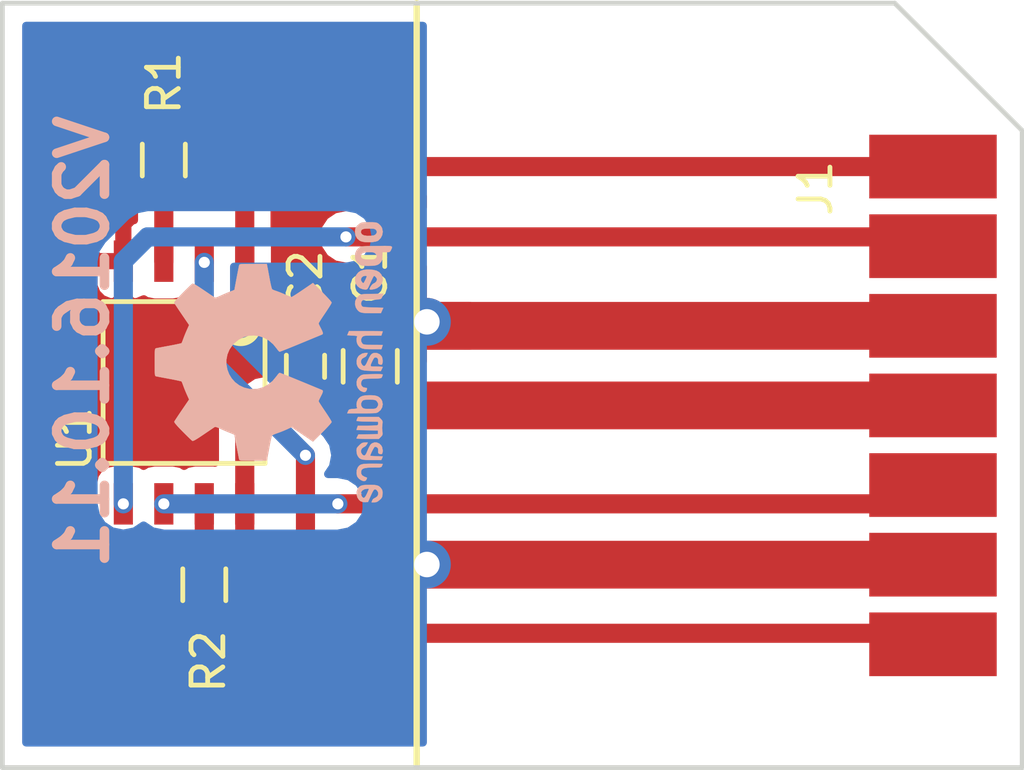
<source format=kicad_pcb>
(kicad_pcb (version 4) (host pcbnew 4.0.4+e1-6308~48~ubuntu16.04.1-stable)

  (general
    (links 15)
    (no_connects 0)
    (area 133.924999 93.399999 166.075001 117.600001)
    (thickness 1.6)
    (drawings 7)
    (tracks 62)
    (zones 0)
    (modules 7)
    (nets 9)
  )

  (page A4)
  (layers
    (0 F.Cu signal)
    (31 B.Cu signal)
    (32 B.Adhes user)
    (33 F.Adhes user)
    (34 B.Paste user)
    (35 F.Paste user)
    (36 B.SilkS user)
    (37 F.SilkS user)
    (38 B.Mask user)
    (39 F.Mask user)
    (40 Dwgs.User user)
    (41 Cmts.User user)
    (42 Eco1.User user)
    (43 Eco2.User user)
    (44 Edge.Cuts user)
    (45 Margin user)
    (46 B.CrtYd user)
    (47 F.CrtYd user)
    (48 B.Fab user)
    (49 F.Fab user)
  )

  (setup
    (last_trace_width 0.6)
    (user_trace_width 0.4)
    (user_trace_width 0.6)
    (user_trace_width 0.8)
    (user_trace_width 1)
    (user_trace_width 1.5)
    (trace_clearance 0.2)
    (zone_clearance 0.508)
    (zone_45_only no)
    (trace_min 0.1524)
    (segment_width 0.2)
    (edge_width 0.15)
    (via_size 0.6)
    (via_drill 0.4)
    (via_min_size 0.35)
    (via_min_drill 0.35)
    (user_via 0.5 0.35)
    (user_via 0.6 0.4)
    (user_via 0.8 0.6)
    (user_via 1 0.8)
    (user_via 1.7 1.5)
    (uvia_size 0.3)
    (uvia_drill 0.1)
    (uvias_allowed no)
    (uvia_min_size 0.2)
    (uvia_min_drill 0.1)
    (pcb_text_width 0.3)
    (pcb_text_size 1.5 1.5)
    (mod_edge_width 0.15)
    (mod_text_size 1 1)
    (mod_text_width 0.15)
    (pad_size 1.524 1.524)
    (pad_drill 0.762)
    (pad_to_mask_clearance 0.2)
    (aux_axis_origin 0 0)
    (visible_elements FFFFFF7F)
    (pcbplotparams
      (layerselection 0x00030_80000001)
      (usegerberextensions false)
      (excludeedgelayer true)
      (linewidth 0.100000)
      (plotframeref false)
      (viasonmask false)
      (mode 1)
      (useauxorigin false)
      (hpglpennumber 1)
      (hpglpenspeed 20)
      (hpglpendiameter 15)
      (hpglpenoverlay 2)
      (psnegative false)
      (psa4output false)
      (plotreference true)
      (plotvalue true)
      (plotinvisibletext false)
      (padsonsilk false)
      (subtractmaskfromsilk false)
      (outputformat 1)
      (mirror false)
      (drillshape 1)
      (scaleselection 1)
      (outputdirectory ""))
  )

  (net 0 "")
  (net 1 GND)
  (net 2 +3V3)
  (net 3 CS)
  (net 4 DI)
  (net 5 SCLK)
  (net 6 DO)
  (net 7 "Net-(R1-Pad1)")
  (net 8 "Net-(R2-Pad2)")

  (net_class Default "This is the default net class."
    (clearance 0.2)
    (trace_width 0.25)
    (via_dia 0.6)
    (via_drill 0.4)
    (uvia_dia 0.3)
    (uvia_drill 0.1)
    (add_net +3V3)
    (add_net CS)
    (add_net DI)
    (add_net DO)
    (add_net GND)
    (add_net "Net-(R1-Pad1)")
    (add_net "Net-(R2-Pad2)")
    (add_net SCLK)
  )

  (module SquantorPcbOutline:SD_CARD_connector locked (layer F.Cu) (tedit 57FB8582) (tstamp 57FB8117)
    (at 163.2 106.13)
    (path /57FB7E61)
    (fp_text reference J1 (at -3.688 -6.816 90) (layer F.SilkS)
      (effects (font (size 1 1) (thickness 0.15)))
    )
    (fp_text value SD_CARD_connector (at -3.942 1.82 270) (layer F.Fab)
      (effects (font (size 1 1) (thickness 0.15)))
    )
    (pad 1 smd rect (at 0 -7.5 90) (size 2 4) (layers F.Cu F.Paste F.Mask)
      (net 3 CS))
    (pad 2 smd rect (at 0 -5 90) (size 2 4) (layers F.Cu F.Paste F.Mask)
      (net 4 DI))
    (pad 3 smd rect (at 0 -2.5 90) (size 2 4) (layers F.Cu F.Paste F.Mask)
      (net 1 GND))
    (pad 4 smd rect (at 0 0 90) (size 2 4) (layers F.Cu F.Paste F.Mask)
      (net 2 +3V3))
    (pad 5 smd rect (at 0 2.5 90) (size 2 4) (layers F.Cu F.Paste F.Mask)
      (net 5 SCLK))
    (pad 6 smd rect (at 0 5 90) (size 2 4) (layers F.Cu F.Paste F.Mask)
      (net 1 GND))
    (pad 7 smd rect (at 0 7.5 90) (size 2 4) (layers F.Cu F.Paste F.Mask)
      (net 6 DO))
  )

  (module Capacitors_SMD:C_0805 (layer F.Cu) (tedit 57FD182A) (tstamp 57FB850F)
    (at 145.542 104.902 90)
    (descr "Capacitor SMD 0805, reflow soldering, AVX (see smccp.pdf)")
    (tags "capacitor 0805")
    (path /57FB81C5)
    (attr smd)
    (fp_text reference C1 (at 2.921 0 90) (layer F.SilkS)
      (effects (font (size 1 1) (thickness 0.15)))
    )
    (fp_text value 1u (at 0 0 90) (layer F.Fab)
      (effects (font (size 1 1) (thickness 0.15)))
    )
    (fp_line (start -1 0.625) (end -1 -0.625) (layer F.Fab) (width 0.15))
    (fp_line (start 1 0.625) (end -1 0.625) (layer F.Fab) (width 0.15))
    (fp_line (start 1 -0.625) (end 1 0.625) (layer F.Fab) (width 0.15))
    (fp_line (start -1 -0.625) (end 1 -0.625) (layer F.Fab) (width 0.15))
    (fp_line (start -1.8 -1) (end 1.8 -1) (layer F.CrtYd) (width 0.05))
    (fp_line (start -1.8 1) (end 1.8 1) (layer F.CrtYd) (width 0.05))
    (fp_line (start -1.8 -1) (end -1.8 1) (layer F.CrtYd) (width 0.05))
    (fp_line (start 1.8 -1) (end 1.8 1) (layer F.CrtYd) (width 0.05))
    (fp_line (start 0.5 -0.85) (end -0.5 -0.85) (layer F.SilkS) (width 0.15))
    (fp_line (start -0.5 0.85) (end 0.5 0.85) (layer F.SilkS) (width 0.15))
    (pad 1 smd rect (at -1 0 90) (size 1 1.25) (layers F.Cu F.Paste F.Mask)
      (net 2 +3V3))
    (pad 2 smd rect (at 1 0 90) (size 1 1.25) (layers F.Cu F.Paste F.Mask)
      (net 1 GND))
    (model Capacitors_SMD.3dshapes/C_0805.wrl
      (at (xyz 0 0 0))
      (scale (xyz 1 1 1))
      (rotate (xyz 0 0 0))
    )
  )

  (module Capacitors_SMD:C_0603 (layer F.Cu) (tedit 57FD182D) (tstamp 57FB8514)
    (at 143.51 104.902 90)
    (descr "Capacitor SMD 0603, reflow soldering, AVX (see smccp.pdf)")
    (tags "capacitor 0603")
    (path /57FB8208)
    (attr smd)
    (fp_text reference C2 (at 2.667 0 90) (layer F.SilkS)
      (effects (font (size 1 1) (thickness 0.15)))
    )
    (fp_text value 100n (at -0.127 0 90) (layer F.Fab)
      (effects (font (size 1 1) (thickness 0.15)))
    )
    (fp_line (start -0.8 0.4) (end -0.8 -0.4) (layer F.Fab) (width 0.15))
    (fp_line (start 0.8 0.4) (end -0.8 0.4) (layer F.Fab) (width 0.15))
    (fp_line (start 0.8 -0.4) (end 0.8 0.4) (layer F.Fab) (width 0.15))
    (fp_line (start -0.8 -0.4) (end 0.8 -0.4) (layer F.Fab) (width 0.15))
    (fp_line (start -1.45 -0.75) (end 1.45 -0.75) (layer F.CrtYd) (width 0.05))
    (fp_line (start -1.45 0.75) (end 1.45 0.75) (layer F.CrtYd) (width 0.05))
    (fp_line (start -1.45 -0.75) (end -1.45 0.75) (layer F.CrtYd) (width 0.05))
    (fp_line (start 1.45 -0.75) (end 1.45 0.75) (layer F.CrtYd) (width 0.05))
    (fp_line (start -0.35 -0.6) (end 0.35 -0.6) (layer F.SilkS) (width 0.15))
    (fp_line (start 0.35 0.6) (end -0.35 0.6) (layer F.SilkS) (width 0.15))
    (pad 1 smd rect (at -0.75 0 90) (size 0.8 0.75) (layers F.Cu F.Paste F.Mask)
      (net 2 +3V3))
    (pad 2 smd rect (at 0.75 0 90) (size 0.8 0.75) (layers F.Cu F.Paste F.Mask)
      (net 1 GND))
    (model Capacitors_SMD.3dshapes/C_0603.wrl
      (at (xyz 0 0 0))
      (scale (xyz 1 1 1))
      (rotate (xyz 0 0 0))
    )
  )

  (module Resistors_SMD:R_0603 (layer F.Cu) (tedit 57FD1825) (tstamp 57FC0114)
    (at 139.065 98.425 90)
    (descr "Resistor SMD 0603, reflow soldering, Vishay (see dcrcw.pdf)")
    (tags "resistor 0603")
    (path /57FC007B)
    (attr smd)
    (fp_text reference R1 (at 2.413 0 90) (layer F.SilkS)
      (effects (font (size 1 1) (thickness 0.15)))
    )
    (fp_text value 10K (at 0 0 90) (layer F.Fab)
      (effects (font (size 1 1) (thickness 0.15)))
    )
    (fp_line (start -1.3 -0.8) (end 1.3 -0.8) (layer F.CrtYd) (width 0.05))
    (fp_line (start -1.3 0.8) (end 1.3 0.8) (layer F.CrtYd) (width 0.05))
    (fp_line (start -1.3 -0.8) (end -1.3 0.8) (layer F.CrtYd) (width 0.05))
    (fp_line (start 1.3 -0.8) (end 1.3 0.8) (layer F.CrtYd) (width 0.05))
    (fp_line (start 0.5 0.675) (end -0.5 0.675) (layer F.SilkS) (width 0.15))
    (fp_line (start -0.5 -0.675) (end 0.5 -0.675) (layer F.SilkS) (width 0.15))
    (pad 1 smd rect (at -0.75 0 90) (size 0.5 0.9) (layers F.Cu F.Paste F.Mask)
      (net 7 "Net-(R1-Pad1)"))
    (pad 2 smd rect (at 0.75 0 90) (size 0.5 0.9) (layers F.Cu F.Paste F.Mask)
      (net 2 +3V3))
    (model Resistors_SMD.3dshapes/R_0603.wrl
      (at (xyz 0 0 0))
      (scale (xyz 1 1 1))
      (rotate (xyz 0 0 0))
    )
  )

  (module Resistors_SMD:R_0603 (layer F.Cu) (tedit 57FD183C) (tstamp 57FC011A)
    (at 140.335 111.76 90)
    (descr "Resistor SMD 0603, reflow soldering, Vishay (see dcrcw.pdf)")
    (tags "resistor 0603")
    (path /57FC027B)
    (attr smd)
    (fp_text reference R2 (at -2.413 0.127 90) (layer F.SilkS)
      (effects (font (size 1 1) (thickness 0.15)))
    )
    (fp_text value 10k (at 0.127 0.127 90) (layer F.Fab)
      (effects (font (size 1 1) (thickness 0.15)))
    )
    (fp_line (start -1.3 -0.8) (end 1.3 -0.8) (layer F.CrtYd) (width 0.05))
    (fp_line (start -1.3 0.8) (end 1.3 0.8) (layer F.CrtYd) (width 0.05))
    (fp_line (start -1.3 -0.8) (end -1.3 0.8) (layer F.CrtYd) (width 0.05))
    (fp_line (start 1.3 -0.8) (end 1.3 0.8) (layer F.CrtYd) (width 0.05))
    (fp_line (start 0.5 0.675) (end -0.5 0.675) (layer F.SilkS) (width 0.15))
    (fp_line (start -0.5 -0.675) (end 0.5 -0.675) (layer F.SilkS) (width 0.15))
    (pad 1 smd rect (at -0.75 0 90) (size 0.5 0.9) (layers F.Cu F.Paste F.Mask)
      (net 2 +3V3))
    (pad 2 smd rect (at 0.75 0 90) (size 0.5 0.9) (layers F.Cu F.Paste F.Mask)
      (net 8 "Net-(R2-Pad2)"))
    (model Resistors_SMD.3dshapes/R_0603.wrl
      (at (xyz 0 0 0))
      (scale (xyz 1 1 1))
      (rotate (xyz 0 0 0))
    )
  )

  (module SquantorWinbond:W25Q32BVST (layer F.Cu) (tedit 57FD1835) (tstamp 57FC0134)
    (at 139.7 105.41 270)
    (path /57FBFDCA)
    (fp_text reference U1 (at 1.778 3.429 270) (layer F.SilkS)
      (effects (font (size 1 1) (thickness 0.15)))
    )
    (fp_text value W25Q32BV (at 0.381 0 270) (layer F.Fab)
      (effects (font (size 1 1) (thickness 0.15)))
    )
    (fp_circle (center -1.778 -1.778) (end -1.27 -1.778) (layer F.SilkS) (width 0.254))
    (fp_line (start 2.54 -1.905) (end 3.81 -1.905) (layer F.Fab) (width 0.42))
    (fp_line (start 2.54 -0.635) (end 3.81 -0.635) (layer F.Fab) (width 0.42))
    (fp_line (start 2.54 0.635) (end 3.81 0.635) (layer F.Fab) (width 0.42))
    (fp_line (start 2.54 1.905) (end 3.81 1.905) (layer F.Fab) (width 0.42))
    (fp_line (start -2.54 1.905) (end -3.81 1.905) (layer F.Fab) (width 0.42))
    (fp_line (start -2.54 0.635) (end -3.81 0.635) (layer F.Fab) (width 0.42))
    (fp_line (start -2.54 -0.635) (end -3.81 -0.635) (layer F.Fab) (width 0.42))
    (fp_line (start -2.54 -1.905) (end -3.81 -1.905) (layer F.Fab) (width 0.42))
    (fp_line (start -2.54 0) (end -2.54 -2.54) (layer F.SilkS) (width 0.15))
    (fp_line (start -2.54 -2.54) (end 2.54 -2.54) (layer F.SilkS) (width 0.15))
    (fp_line (start 2.54 -2.54) (end 2.54 2.54) (layer F.SilkS) (width 0.15))
    (fp_line (start 2.54 2.54) (end -2.54 2.54) (layer F.SilkS) (width 0.15))
    (fp_line (start -2.54 2.54) (end -2.54 0) (layer F.SilkS) (width 0.15))
    (pad 3 smd rect (at -3.81 0.635 270) (size 1.3 0.6) (layers F.Cu F.Paste F.Mask)
      (net 7 "Net-(R1-Pad1)"))
    (pad 2 smd rect (at -3.81 -0.635 270) (size 1.3 0.6) (layers F.Cu F.Paste F.Mask)
      (net 6 DO))
    (pad 1 smd rect (at -3.81 -1.905 270) (size 1.3 0.6) (layers F.Cu F.Paste F.Mask)
      (net 3 CS))
    (pad 4 smd rect (at -3.81 1.905 270) (size 1.3 0.6) (layers F.Cu F.Paste F.Mask)
      (net 1 GND))
    (pad 5 smd rect (at 3.81 1.905 270) (size 1.3 0.6) (layers F.Cu F.Paste F.Mask)
      (net 4 DI))
    (pad 6 smd rect (at 3.81 0.635 270) (size 1.3 0.6) (layers F.Cu F.Paste F.Mask)
      (net 5 SCLK))
    (pad 7 smd rect (at 3.81 -0.635 270) (size 1.3 0.6) (layers F.Cu F.Paste F.Mask)
      (net 8 "Net-(R2-Pad2)"))
    (pad 8 smd rect (at 3.81 -1.905 270) (size 1.3 0.6) (layers F.Cu F.Paste F.Mask)
      (net 2 +3V3))
  )

  (module Symbols:OSHW-Logo2_9.8x8mm_SilkScreen (layer B.Cu) (tedit 0) (tstamp 57FD195C)
    (at 142.494 104.775 270)
    (descr "Open Source Hardware Symbol")
    (tags "Logo Symbol OSHW")
    (attr virtual)
    (fp_text reference REF*** (at 0 0 270) (layer B.SilkS) hide
      (effects (font (size 1 1) (thickness 0.15)) (justify mirror))
    )
    (fp_text value OSHW-Logo2_9.8x8mm_SilkScreen (at 0.75 0 270) (layer B.Fab) hide
      (effects (font (size 1 1) (thickness 0.15)) (justify mirror))
    )
    (fp_poly (pts (xy -3.231114 -2.584505) (xy -3.156461 -2.621727) (xy -3.090569 -2.690261) (xy -3.072423 -2.715648)
      (xy -3.052655 -2.748866) (xy -3.039828 -2.784945) (xy -3.03249 -2.833098) (xy -3.029187 -2.902536)
      (xy -3.028462 -2.994206) (xy -3.031737 -3.11983) (xy -3.043123 -3.214154) (xy -3.064959 -3.284523)
      (xy -3.099581 -3.338286) (xy -3.14933 -3.382788) (xy -3.152986 -3.385423) (xy -3.202015 -3.412377)
      (xy -3.261055 -3.425712) (xy -3.336141 -3.429) (xy -3.458205 -3.429) (xy -3.458256 -3.547497)
      (xy -3.459392 -3.613492) (xy -3.466314 -3.652202) (xy -3.484402 -3.675419) (xy -3.519038 -3.694933)
      (xy -3.527355 -3.69892) (xy -3.56628 -3.717603) (xy -3.596417 -3.729403) (xy -3.618826 -3.730422)
      (xy -3.634567 -3.716761) (xy -3.644698 -3.684522) (xy -3.650277 -3.629804) (xy -3.652365 -3.548711)
      (xy -3.652019 -3.437344) (xy -3.6503 -3.291802) (xy -3.649763 -3.248269) (xy -3.647828 -3.098205)
      (xy -3.646096 -3.000042) (xy -3.458308 -3.000042) (xy -3.457252 -3.083364) (xy -3.452562 -3.13788)
      (xy -3.441949 -3.173837) (xy -3.423128 -3.201482) (xy -3.41035 -3.214965) (xy -3.35811 -3.254417)
      (xy -3.311858 -3.257628) (xy -3.264133 -3.225049) (xy -3.262923 -3.223846) (xy -3.243506 -3.198668)
      (xy -3.231693 -3.164447) (xy -3.225735 -3.111748) (xy -3.22388 -3.031131) (xy -3.223846 -3.013271)
      (xy -3.22833 -2.902175) (xy -3.242926 -2.825161) (xy -3.26935 -2.778147) (xy -3.309317 -2.75705)
      (xy -3.332416 -2.754923) (xy -3.387238 -2.7649) (xy -3.424842 -2.797752) (xy -3.447477 -2.857857)
      (xy -3.457394 -2.949598) (xy -3.458308 -3.000042) (xy -3.646096 -3.000042) (xy -3.645778 -2.98206)
      (xy -3.643127 -2.894679) (xy -3.639394 -2.830905) (xy -3.634093 -2.785582) (xy -3.626742 -2.753555)
      (xy -3.616857 -2.729668) (xy -3.603954 -2.708764) (xy -3.598421 -2.700898) (xy -3.525031 -2.626595)
      (xy -3.43224 -2.584467) (xy -3.324904 -2.572722) (xy -3.231114 -2.584505)) (layer B.SilkS) (width 0.01))
    (fp_poly (pts (xy -1.728336 -2.595089) (xy -1.665633 -2.631358) (xy -1.622039 -2.667358) (xy -1.590155 -2.705075)
      (xy -1.56819 -2.751199) (xy -1.554351 -2.812421) (xy -1.546847 -2.895431) (xy -1.543883 -3.006919)
      (xy -1.543539 -3.087062) (xy -1.543539 -3.382065) (xy -1.709615 -3.456515) (xy -1.719385 -3.133402)
      (xy -1.723421 -3.012729) (xy -1.727656 -2.925141) (xy -1.732903 -2.86465) (xy -1.739975 -2.825268)
      (xy -1.749689 -2.801007) (xy -1.762856 -2.78588) (xy -1.767081 -2.782606) (xy -1.831091 -2.757034)
      (xy -1.895792 -2.767153) (xy -1.934308 -2.794) (xy -1.949975 -2.813024) (xy -1.96082 -2.837988)
      (xy -1.967712 -2.875834) (xy -1.971521 -2.933502) (xy -1.973117 -3.017935) (xy -1.973385 -3.105928)
      (xy -1.973437 -3.216323) (xy -1.975328 -3.294463) (xy -1.981655 -3.347165) (xy -1.995017 -3.381242)
      (xy -2.018015 -3.403511) (xy -2.053246 -3.420787) (xy -2.100303 -3.438738) (xy -2.151697 -3.458278)
      (xy -2.145579 -3.111485) (xy -2.143116 -2.986468) (xy -2.140233 -2.894082) (xy -2.136102 -2.827881)
      (xy -2.129893 -2.78142) (xy -2.120774 -2.748256) (xy -2.107917 -2.721944) (xy -2.092416 -2.698729)
      (xy -2.017629 -2.624569) (xy -1.926372 -2.581684) (xy -1.827117 -2.571412) (xy -1.728336 -2.595089)) (layer B.SilkS) (width 0.01))
    (fp_poly (pts (xy -3.983114 -2.587256) (xy -3.891536 -2.635409) (xy -3.823951 -2.712905) (xy -3.799943 -2.762727)
      (xy -3.781262 -2.837533) (xy -3.771699 -2.932052) (xy -3.770792 -3.03521) (xy -3.778079 -3.135935)
      (xy -3.793097 -3.223153) (xy -3.815385 -3.285791) (xy -3.822235 -3.296579) (xy -3.903368 -3.377105)
      (xy -3.999734 -3.425336) (xy -4.104299 -3.43945) (xy -4.210032 -3.417629) (xy -4.239457 -3.404547)
      (xy -4.296759 -3.364231) (xy -4.34705 -3.310775) (xy -4.351803 -3.303995) (xy -4.371122 -3.271321)
      (xy -4.383892 -3.236394) (xy -4.391436 -3.190414) (xy -4.395076 -3.124584) (xy -4.396135 -3.030105)
      (xy -4.396154 -3.008923) (xy -4.396106 -3.002182) (xy -4.200769 -3.002182) (xy -4.199632 -3.091349)
      (xy -4.195159 -3.15052) (xy -4.185754 -3.188741) (xy -4.169824 -3.215053) (xy -4.161692 -3.223846)
      (xy -4.114942 -3.257261) (xy -4.069553 -3.255737) (xy -4.02366 -3.226752) (xy -3.996288 -3.195809)
      (xy -3.980077 -3.150643) (xy -3.970974 -3.07942) (xy -3.970349 -3.071114) (xy -3.968796 -2.942037)
      (xy -3.985035 -2.846172) (xy -4.018848 -2.784107) (xy -4.070016 -2.756432) (xy -4.08828 -2.754923)
      (xy -4.13624 -2.762513) (xy -4.169047 -2.788808) (xy -4.189105 -2.839095) (xy -4.198822 -2.918664)
      (xy -4.200769 -3.002182) (xy -4.396106 -3.002182) (xy -4.395426 -2.908249) (xy -4.392371 -2.837906)
      (xy -4.385678 -2.789163) (xy -4.37404 -2.753288) (xy -4.356147 -2.721548) (xy -4.352192 -2.715648)
      (xy -4.285733 -2.636104) (xy -4.213315 -2.589929) (xy -4.125151 -2.571599) (xy -4.095213 -2.570703)
      (xy -3.983114 -2.587256)) (layer B.SilkS) (width 0.01))
    (fp_poly (pts (xy -2.465746 -2.599745) (xy -2.388714 -2.651567) (xy -2.329184 -2.726412) (xy -2.293622 -2.821654)
      (xy -2.286429 -2.891756) (xy -2.287246 -2.921009) (xy -2.294086 -2.943407) (xy -2.312888 -2.963474)
      (xy -2.349592 -2.985733) (xy -2.410138 -3.014709) (xy -2.500466 -3.054927) (xy -2.500923 -3.055129)
      (xy -2.584067 -3.09321) (xy -2.652247 -3.127025) (xy -2.698495 -3.152933) (xy -2.715842 -3.167295)
      (xy -2.715846 -3.167411) (xy -2.700557 -3.198685) (xy -2.664804 -3.233157) (xy -2.623758 -3.25799)
      (xy -2.602963 -3.262923) (xy -2.54623 -3.245862) (xy -2.497373 -3.203133) (xy -2.473535 -3.156155)
      (xy -2.450603 -3.121522) (xy -2.405682 -3.082081) (xy -2.352877 -3.048009) (xy -2.30629 -3.02948)
      (xy -2.296548 -3.028462) (xy -2.285582 -3.045215) (xy -2.284921 -3.088039) (xy -2.29298 -3.145781)
      (xy -2.308173 -3.207289) (xy -2.328914 -3.261409) (xy -2.329962 -3.26351) (xy -2.392379 -3.35066)
      (xy -2.473274 -3.409939) (xy -2.565144 -3.439034) (xy -2.660487 -3.435634) (xy -2.751802 -3.397428)
      (xy -2.755862 -3.394741) (xy -2.827694 -3.329642) (xy -2.874927 -3.244705) (xy -2.901066 -3.133021)
      (xy -2.904574 -3.101643) (xy -2.910787 -2.953536) (xy -2.903339 -2.884468) (xy -2.715846 -2.884468)
      (xy -2.71341 -2.927552) (xy -2.700086 -2.940126) (xy -2.666868 -2.930719) (xy -2.614506 -2.908483)
      (xy -2.555976 -2.88061) (xy -2.554521 -2.879872) (xy -2.504911 -2.853777) (xy -2.485 -2.836363)
      (xy -2.48991 -2.818107) (xy -2.510584 -2.79412) (xy -2.563181 -2.759406) (xy -2.619823 -2.756856)
      (xy -2.670631 -2.782119) (xy -2.705724 -2.830847) (xy -2.715846 -2.884468) (xy -2.903339 -2.884468)
      (xy -2.898008 -2.835036) (xy -2.865222 -2.741055) (xy -2.819579 -2.675215) (xy -2.737198 -2.608681)
      (xy -2.646454 -2.575676) (xy -2.553815 -2.573573) (xy -2.465746 -2.599745)) (layer B.SilkS) (width 0.01))
    (fp_poly (pts (xy -0.840154 -2.49212) (xy -0.834428 -2.57198) (xy -0.827851 -2.619039) (xy -0.818738 -2.639566)
      (xy -0.805402 -2.639829) (xy -0.801077 -2.637378) (xy -0.743556 -2.619636) (xy -0.668732 -2.620672)
      (xy -0.592661 -2.63891) (xy -0.545082 -2.662505) (xy -0.496298 -2.700198) (xy -0.460636 -2.742855)
      (xy -0.436155 -2.797057) (xy -0.420913 -2.869384) (xy -0.41297 -2.966419) (xy -0.410384 -3.094742)
      (xy -0.410338 -3.119358) (xy -0.410308 -3.39587) (xy -0.471839 -3.41732) (xy -0.515541 -3.431912)
      (xy -0.539518 -3.438706) (xy -0.540223 -3.438769) (xy -0.542585 -3.420345) (xy -0.544594 -3.369526)
      (xy -0.546099 -3.292993) (xy -0.546947 -3.19743) (xy -0.547077 -3.139329) (xy -0.547349 -3.024771)
      (xy -0.548748 -2.942667) (xy -0.552151 -2.886393) (xy -0.558433 -2.849326) (xy -0.568471 -2.824844)
      (xy -0.583139 -2.806325) (xy -0.592298 -2.797406) (xy -0.655211 -2.761466) (xy -0.723864 -2.758775)
      (xy -0.786152 -2.78917) (xy -0.797671 -2.800144) (xy -0.814567 -2.820779) (xy -0.826286 -2.845256)
      (xy -0.833767 -2.880647) (xy -0.837946 -2.934026) (xy -0.839763 -3.012466) (xy -0.840154 -3.120617)
      (xy -0.840154 -3.39587) (xy -0.901685 -3.41732) (xy -0.945387 -3.431912) (xy -0.969364 -3.438706)
      (xy -0.97007 -3.438769) (xy -0.971874 -3.420069) (xy -0.9735 -3.367322) (xy -0.974883 -3.285557)
      (xy -0.975958 -3.179805) (xy -0.97666 -3.055094) (xy -0.976923 -2.916455) (xy -0.976923 -2.381806)
      (xy -0.849923 -2.328236) (xy -0.840154 -2.49212)) (layer B.SilkS) (width 0.01))
    (fp_poly (pts (xy 0.053501 -2.626303) (xy 0.13006 -2.654733) (xy 0.130936 -2.655279) (xy 0.178285 -2.690127)
      (xy 0.213241 -2.730852) (xy 0.237825 -2.783925) (xy 0.254062 -2.855814) (xy 0.263975 -2.952992)
      (xy 0.269586 -3.081928) (xy 0.270077 -3.100298) (xy 0.277141 -3.377287) (xy 0.217695 -3.408028)
      (xy 0.174681 -3.428802) (xy 0.14871 -3.438646) (xy 0.147509 -3.438769) (xy 0.143014 -3.420606)
      (xy 0.139444 -3.371612) (xy 0.137248 -3.300031) (xy 0.136769 -3.242068) (xy 0.136758 -3.14817)
      (xy 0.132466 -3.089203) (xy 0.117503 -3.061079) (xy 0.085482 -3.059706) (xy 0.030014 -3.080998)
      (xy -0.053731 -3.120136) (xy -0.115311 -3.152643) (xy -0.146983 -3.180845) (xy -0.156294 -3.211582)
      (xy -0.156308 -3.213104) (xy -0.140943 -3.266054) (xy -0.095453 -3.29466) (xy -0.025834 -3.298803)
      (xy 0.024313 -3.298084) (xy 0.050754 -3.312527) (xy 0.067243 -3.347218) (xy 0.076733 -3.391416)
      (xy 0.063057 -3.416493) (xy 0.057907 -3.420082) (xy 0.009425 -3.434496) (xy -0.058469 -3.436537)
      (xy -0.128388 -3.426983) (xy -0.177932 -3.409522) (xy -0.24643 -3.351364) (xy -0.285366 -3.270408)
      (xy -0.293077 -3.20716) (xy -0.287193 -3.150111) (xy -0.265899 -3.103542) (xy -0.223735 -3.062181)
      (xy -0.155241 -3.020755) (xy -0.054956 -2.973993) (xy -0.048846 -2.97135) (xy 0.04149 -2.929617)
      (xy 0.097235 -2.895391) (xy 0.121129 -2.864635) (xy 0.115913 -2.833311) (xy 0.084328 -2.797383)
      (xy 0.074883 -2.789116) (xy 0.011617 -2.757058) (xy -0.053936 -2.758407) (xy -0.111028 -2.789838)
      (xy -0.148907 -2.848024) (xy -0.152426 -2.859446) (xy -0.1867 -2.914837) (xy -0.230191 -2.941518)
      (xy -0.293077 -2.96796) (xy -0.293077 -2.899548) (xy -0.273948 -2.80011) (xy -0.217169 -2.708902)
      (xy -0.187622 -2.678389) (xy -0.120458 -2.639228) (xy -0.035044 -2.6215) (xy 0.053501 -2.626303)) (layer B.SilkS) (width 0.01))
    (fp_poly (pts (xy 0.713362 -2.62467) (xy 0.802117 -2.657421) (xy 0.874022 -2.71535) (xy 0.902144 -2.756128)
      (xy 0.932802 -2.830954) (xy 0.932165 -2.885058) (xy 0.899987 -2.921446) (xy 0.888081 -2.927633)
      (xy 0.836675 -2.946925) (xy 0.810422 -2.941982) (xy 0.80153 -2.909587) (xy 0.801077 -2.891692)
      (xy 0.784797 -2.825859) (xy 0.742365 -2.779807) (xy 0.683388 -2.757564) (xy 0.617475 -2.763161)
      (xy 0.563895 -2.792229) (xy 0.545798 -2.80881) (xy 0.532971 -2.828925) (xy 0.524306 -2.859332)
      (xy 0.518696 -2.906788) (xy 0.515035 -2.97805) (xy 0.512215 -3.079875) (xy 0.511484 -3.112115)
      (xy 0.50882 -3.22241) (xy 0.505792 -3.300036) (xy 0.50125 -3.351396) (xy 0.494046 -3.38289)
      (xy 0.483033 -3.40092) (xy 0.46706 -3.411888) (xy 0.456834 -3.416733) (xy 0.413406 -3.433301)
      (xy 0.387842 -3.438769) (xy 0.379395 -3.420507) (xy 0.374239 -3.365296) (xy 0.372346 -3.272499)
      (xy 0.373689 -3.141478) (xy 0.374107 -3.121269) (xy 0.377058 -3.001733) (xy 0.380548 -2.914449)
      (xy 0.385514 -2.852591) (xy 0.392893 -2.809336) (xy 0.403624 -2.77786) (xy 0.418645 -2.751339)
      (xy 0.426502 -2.739975) (xy 0.471553 -2.689692) (xy 0.52194 -2.650581) (xy 0.528108 -2.647167)
      (xy 0.618458 -2.620212) (xy 0.713362 -2.62467)) (layer B.SilkS) (width 0.01))
    (fp_poly (pts (xy 1.602081 -2.780289) (xy 1.601833 -2.92632) (xy 1.600872 -3.038655) (xy 1.598794 -3.122678)
      (xy 1.595193 -3.183769) (xy 1.589665 -3.227309) (xy 1.581804 -3.258679) (xy 1.571207 -3.283262)
      (xy 1.563182 -3.297294) (xy 1.496728 -3.373388) (xy 1.41247 -3.421084) (xy 1.319249 -3.438199)
      (xy 1.2259 -3.422546) (xy 1.170312 -3.394418) (xy 1.111957 -3.34576) (xy 1.072186 -3.286333)
      (xy 1.04819 -3.208507) (xy 1.037161 -3.104652) (xy 1.035599 -3.028462) (xy 1.035809 -3.022986)
      (xy 1.172308 -3.022986) (xy 1.173141 -3.110355) (xy 1.176961 -3.168192) (xy 1.185746 -3.206029)
      (xy 1.201474 -3.233398) (xy 1.220266 -3.254042) (xy 1.283375 -3.29389) (xy 1.351137 -3.297295)
      (xy 1.415179 -3.264025) (xy 1.420164 -3.259517) (xy 1.441439 -3.236067) (xy 1.454779 -3.208166)
      (xy 1.462001 -3.166641) (xy 1.464923 -3.102316) (xy 1.465385 -3.0312) (xy 1.464383 -2.941858)
      (xy 1.460238 -2.882258) (xy 1.451236 -2.843089) (xy 1.435667 -2.81504) (xy 1.422902 -2.800144)
      (xy 1.3636 -2.762575) (xy 1.295301 -2.758057) (xy 1.23011 -2.786753) (xy 1.217528 -2.797406)
      (xy 1.196111 -2.821063) (xy 1.182744 -2.849251) (xy 1.175566 -2.891245) (xy 1.172719 -2.956319)
      (xy 1.172308 -3.022986) (xy 1.035809 -3.022986) (xy 1.040322 -2.905765) (xy 1.056362 -2.813577)
      (xy 1.086528 -2.744269) (xy 1.133629 -2.690211) (xy 1.170312 -2.662505) (xy 1.23699 -2.632572)
      (xy 1.314272 -2.618678) (xy 1.38611 -2.622397) (xy 1.426308 -2.6374) (xy 1.442082 -2.64167)
      (xy 1.45255 -2.62575) (xy 1.459856 -2.583089) (xy 1.465385 -2.518106) (xy 1.471437 -2.445732)
      (xy 1.479844 -2.402187) (xy 1.495141 -2.377287) (xy 1.521864 -2.360845) (xy 1.538654 -2.353564)
      (xy 1.602154 -2.326963) (xy 1.602081 -2.780289)) (layer B.SilkS) (width 0.01))
    (fp_poly (pts (xy 2.395929 -2.636662) (xy 2.398911 -2.688068) (xy 2.401247 -2.766192) (xy 2.402749 -2.864857)
      (xy 2.403231 -2.968343) (xy 2.403231 -3.318533) (xy 2.341401 -3.380363) (xy 2.298793 -3.418462)
      (xy 2.26139 -3.433895) (xy 2.21027 -3.432918) (xy 2.189978 -3.430433) (xy 2.126554 -3.4232)
      (xy 2.074095 -3.419055) (xy 2.061308 -3.418672) (xy 2.018199 -3.421176) (xy 1.956544 -3.427462)
      (xy 1.932638 -3.430433) (xy 1.873922 -3.435028) (xy 1.834464 -3.425046) (xy 1.795338 -3.394228)
      (xy 1.781215 -3.380363) (xy 1.719385 -3.318533) (xy 1.719385 -2.663503) (xy 1.76915 -2.640829)
      (xy 1.812002 -2.624034) (xy 1.837073 -2.618154) (xy 1.843501 -2.636736) (xy 1.849509 -2.688655)
      (xy 1.854697 -2.768172) (xy 1.858664 -2.869546) (xy 1.860577 -2.955192) (xy 1.865923 -3.292231)
      (xy 1.91256 -3.298825) (xy 1.954976 -3.294214) (xy 1.97576 -3.279287) (xy 1.98157 -3.251377)
      (xy 1.98653 -3.191925) (xy 1.990246 -3.108466) (xy 1.992324 -3.008532) (xy 1.992624 -2.957104)
      (xy 1.992923 -2.661054) (xy 2.054454 -2.639604) (xy 2.098004 -2.62502) (xy 2.121694 -2.618219)
      (xy 2.122377 -2.618154) (xy 2.124754 -2.636642) (xy 2.127366 -2.687906) (xy 2.129995 -2.765649)
      (xy 2.132421 -2.863574) (xy 2.134115 -2.955192) (xy 2.139461 -3.292231) (xy 2.256692 -3.292231)
      (xy 2.262072 -2.984746) (xy 2.267451 -2.677261) (xy 2.324601 -2.647707) (xy 2.366797 -2.627413)
      (xy 2.39177 -2.618204) (xy 2.392491 -2.618154) (xy 2.395929 -2.636662)) (layer B.SilkS) (width 0.01))
    (fp_poly (pts (xy 2.887333 -2.633528) (xy 2.94359 -2.659117) (xy 2.987747 -2.690124) (xy 3.020101 -2.724795)
      (xy 3.042438 -2.76952) (xy 3.056546 -2.830692) (xy 3.064211 -2.914701) (xy 3.06722 -3.02794)
      (xy 3.067538 -3.102509) (xy 3.067538 -3.39342) (xy 3.017773 -3.416095) (xy 2.978576 -3.432667)
      (xy 2.959157 -3.438769) (xy 2.955442 -3.42061) (xy 2.952495 -3.371648) (xy 2.950691 -3.300153)
      (xy 2.950308 -3.243385) (xy 2.948661 -3.161371) (xy 2.944222 -3.096309) (xy 2.93774 -3.056467)
      (xy 2.93259 -3.048) (xy 2.897977 -3.056646) (xy 2.84364 -3.078823) (xy 2.780722 -3.108886)
      (xy 2.720368 -3.141192) (xy 2.673721 -3.170098) (xy 2.651926 -3.189961) (xy 2.651839 -3.190175)
      (xy 2.653714 -3.226935) (xy 2.670525 -3.262026) (xy 2.700039 -3.290528) (xy 2.743116 -3.300061)
      (xy 2.779932 -3.29895) (xy 2.832074 -3.298133) (xy 2.859444 -3.310349) (xy 2.875882 -3.342624)
      (xy 2.877955 -3.34871) (xy 2.885081 -3.394739) (xy 2.866024 -3.422687) (xy 2.816353 -3.436007)
      (xy 2.762697 -3.43847) (xy 2.666142 -3.42021) (xy 2.616159 -3.394131) (xy 2.554429 -3.332868)
      (xy 2.52169 -3.25767) (xy 2.518753 -3.178211) (xy 2.546424 -3.104167) (xy 2.588047 -3.057769)
      (xy 2.629604 -3.031793) (xy 2.694922 -2.998907) (xy 2.771038 -2.965557) (xy 2.783726 -2.960461)
      (xy 2.867333 -2.923565) (xy 2.91553 -2.891046) (xy 2.93103 -2.858718) (xy 2.91655 -2.822394)
      (xy 2.891692 -2.794) (xy 2.832939 -2.759039) (xy 2.768293 -2.756417) (xy 2.709008 -2.783358)
      (xy 2.666339 -2.837088) (xy 2.660739 -2.85095) (xy 2.628133 -2.901936) (xy 2.58053 -2.939787)
      (xy 2.520461 -2.97085) (xy 2.520461 -2.882768) (xy 2.523997 -2.828951) (xy 2.539156 -2.786534)
      (xy 2.572768 -2.741279) (xy 2.605035 -2.70642) (xy 2.655209 -2.657062) (xy 2.694193 -2.630547)
      (xy 2.736064 -2.619911) (xy 2.78346 -2.618154) (xy 2.887333 -2.633528)) (layer B.SilkS) (width 0.01))
    (fp_poly (pts (xy 3.570807 -2.636782) (xy 3.594161 -2.646988) (xy 3.649902 -2.691134) (xy 3.697569 -2.754967)
      (xy 3.727048 -2.823087) (xy 3.731846 -2.85667) (xy 3.71576 -2.903556) (xy 3.680475 -2.928365)
      (xy 3.642644 -2.943387) (xy 3.625321 -2.946155) (xy 3.616886 -2.926066) (xy 3.60023 -2.882351)
      (xy 3.592923 -2.862598) (xy 3.551948 -2.794271) (xy 3.492622 -2.760191) (xy 3.416552 -2.761239)
      (xy 3.410918 -2.762581) (xy 3.370305 -2.781836) (xy 3.340448 -2.819375) (xy 3.320055 -2.879809)
      (xy 3.307836 -2.967751) (xy 3.3025 -3.087813) (xy 3.302 -3.151698) (xy 3.301752 -3.252403)
      (xy 3.300126 -3.321054) (xy 3.295801 -3.364673) (xy 3.287454 -3.390282) (xy 3.273765 -3.404903)
      (xy 3.253411 -3.415558) (xy 3.252234 -3.416095) (xy 3.213038 -3.432667) (xy 3.193619 -3.438769)
      (xy 3.190635 -3.420319) (xy 3.188081 -3.369323) (xy 3.18614 -3.292308) (xy 3.184997 -3.195805)
      (xy 3.184769 -3.125184) (xy 3.185932 -2.988525) (xy 3.190479 -2.884851) (xy 3.199999 -2.808108)
      (xy 3.216081 -2.752246) (xy 3.240313 -2.711212) (xy 3.274286 -2.678954) (xy 3.307833 -2.65644)
      (xy 3.388499 -2.626476) (xy 3.482381 -2.619718) (xy 3.570807 -2.636782)) (layer B.SilkS) (width 0.01))
    (fp_poly (pts (xy 4.245224 -2.647838) (xy 4.322528 -2.698361) (xy 4.359814 -2.74359) (xy 4.389353 -2.825663)
      (xy 4.391699 -2.890607) (xy 4.386385 -2.977445) (xy 4.186115 -3.065103) (xy 4.088739 -3.109887)
      (xy 4.025113 -3.145913) (xy 3.992029 -3.177117) (xy 3.98628 -3.207436) (xy 4.004658 -3.240805)
      (xy 4.024923 -3.262923) (xy 4.083889 -3.298393) (xy 4.148024 -3.300879) (xy 4.206926 -3.273235)
      (xy 4.250197 -3.21832) (xy 4.257936 -3.198928) (xy 4.295006 -3.138364) (xy 4.337654 -3.112552)
      (xy 4.396154 -3.090471) (xy 4.396154 -3.174184) (xy 4.390982 -3.23115) (xy 4.370723 -3.279189)
      (xy 4.328262 -3.334346) (xy 4.321951 -3.341514) (xy 4.27472 -3.390585) (xy 4.234121 -3.41692)
      (xy 4.183328 -3.429035) (xy 4.14122 -3.433003) (xy 4.065902 -3.433991) (xy 4.012286 -3.421466)
      (xy 3.978838 -3.402869) (xy 3.926268 -3.361975) (xy 3.889879 -3.317748) (xy 3.86685 -3.262126)
      (xy 3.854359 -3.187047) (xy 3.849587 -3.084449) (xy 3.849206 -3.032376) (xy 3.850501 -2.969948)
      (xy 3.968471 -2.969948) (xy 3.969839 -3.003438) (xy 3.973249 -3.008923) (xy 3.995753 -3.001472)
      (xy 4.044182 -2.981753) (xy 4.108908 -2.953718) (xy 4.122443 -2.947692) (xy 4.204244 -2.906096)
      (xy 4.249312 -2.869538) (xy 4.259217 -2.835296) (xy 4.235526 -2.800648) (xy 4.21596 -2.785339)
      (xy 4.14536 -2.754721) (xy 4.07928 -2.75978) (xy 4.023959 -2.797151) (xy 3.985636 -2.863473)
      (xy 3.973349 -2.916116) (xy 3.968471 -2.969948) (xy 3.850501 -2.969948) (xy 3.85173 -2.91072)
      (xy 3.861032 -2.82071) (xy 3.87946 -2.755167) (xy 3.90936 -2.706912) (xy 3.95308 -2.668767)
      (xy 3.972141 -2.65644) (xy 4.058726 -2.624336) (xy 4.153522 -2.622316) (xy 4.245224 -2.647838)) (layer B.SilkS) (width 0.01))
    (fp_poly (pts (xy 0.139878 3.712224) (xy 0.245612 3.711645) (xy 0.322132 3.710078) (xy 0.374372 3.707028)
      (xy 0.407263 3.702004) (xy 0.425737 3.694511) (xy 0.434727 3.684056) (xy 0.439163 3.670147)
      (xy 0.439594 3.668346) (xy 0.446333 3.635855) (xy 0.458808 3.571748) (xy 0.475719 3.482849)
      (xy 0.495771 3.375981) (xy 0.517664 3.257967) (xy 0.518429 3.253822) (xy 0.540359 3.138169)
      (xy 0.560877 3.035986) (xy 0.578659 2.953402) (xy 0.592381 2.896544) (xy 0.600718 2.871542)
      (xy 0.601116 2.871099) (xy 0.625677 2.85889) (xy 0.676315 2.838544) (xy 0.742095 2.814455)
      (xy 0.742461 2.814326) (xy 0.825317 2.783182) (xy 0.923 2.743509) (xy 1.015077 2.703619)
      (xy 1.019434 2.701647) (xy 1.169407 2.63358) (xy 1.501498 2.860361) (xy 1.603374 2.929496)
      (xy 1.695657 2.991303) (xy 1.773003 3.042267) (xy 1.830064 3.078873) (xy 1.861495 3.097606)
      (xy 1.864479 3.098996) (xy 1.887321 3.09281) (xy 1.929982 3.062965) (xy 1.994128 3.008053)
      (xy 2.081421 2.926666) (xy 2.170535 2.840078) (xy 2.256441 2.754753) (xy 2.333327 2.676892)
      (xy 2.396564 2.611303) (xy 2.441523 2.562795) (xy 2.463576 2.536175) (xy 2.464396 2.534805)
      (xy 2.466834 2.516537) (xy 2.45765 2.486705) (xy 2.434574 2.441279) (xy 2.395337 2.37623)
      (xy 2.33767 2.28753) (xy 2.260795 2.173343) (xy 2.19257 2.072838) (xy 2.131582 1.982697)
      (xy 2.081356 1.908151) (xy 2.045416 1.854435) (xy 2.027287 1.826782) (xy 2.026146 1.824905)
      (xy 2.028359 1.79841) (xy 2.045138 1.746914) (xy 2.073142 1.680149) (xy 2.083122 1.658828)
      (xy 2.126672 1.563841) (xy 2.173134 1.456063) (xy 2.210877 1.362808) (xy 2.238073 1.293594)
      (xy 2.259675 1.240994) (xy 2.272158 1.213503) (xy 2.273709 1.211384) (xy 2.296668 1.207876)
      (xy 2.350786 1.198262) (xy 2.428868 1.183911) (xy 2.523719 1.166193) (xy 2.628143 1.146475)
      (xy 2.734944 1.126126) (xy 2.836926 1.106514) (xy 2.926894 1.089009) (xy 2.997653 1.074978)
      (xy 3.042006 1.065791) (xy 3.052885 1.063193) (xy 3.064122 1.056782) (xy 3.072605 1.042303)
      (xy 3.078714 1.014867) (xy 3.082832 0.969589) (xy 3.085341 0.90158) (xy 3.086621 0.805953)
      (xy 3.087054 0.67782) (xy 3.087077 0.625299) (xy 3.087077 0.198155) (xy 2.9845 0.177909)
      (xy 2.927431 0.16693) (xy 2.842269 0.150905) (xy 2.739372 0.131767) (xy 2.629096 0.111449)
      (xy 2.598615 0.105868) (xy 2.496855 0.086083) (xy 2.408205 0.066627) (xy 2.340108 0.049303)
      (xy 2.300004 0.035912) (xy 2.293323 0.031921) (xy 2.276919 0.003658) (xy 2.253399 -0.051109)
      (xy 2.227316 -0.121588) (xy 2.222142 -0.136769) (xy 2.187956 -0.230896) (xy 2.145523 -0.337101)
      (xy 2.103997 -0.432473) (xy 2.103792 -0.432916) (xy 2.03464 -0.582525) (xy 2.489512 -1.251617)
      (xy 2.1975 -1.544116) (xy 2.10918 -1.63117) (xy 2.028625 -1.707909) (xy 1.96036 -1.770237)
      (xy 1.908908 -1.814056) (xy 1.878794 -1.83527) (xy 1.874474 -1.836616) (xy 1.849111 -1.826016)
      (xy 1.797358 -1.796547) (xy 1.724868 -1.751705) (xy 1.637294 -1.694984) (xy 1.542612 -1.631462)
      (xy 1.446516 -1.566668) (xy 1.360837 -1.510287) (xy 1.291016 -1.465788) (xy 1.242494 -1.436639)
      (xy 1.220782 -1.426308) (xy 1.194293 -1.43505) (xy 1.144062 -1.458087) (xy 1.080451 -1.490631)
      (xy 1.073708 -1.494249) (xy 0.988046 -1.53721) (xy 0.929306 -1.558279) (xy 0.892772 -1.558503)
      (xy 0.873731 -1.538928) (xy 0.87362 -1.538654) (xy 0.864102 -1.515472) (xy 0.841403 -1.460441)
      (xy 0.807282 -1.377822) (xy 0.7635 -1.271872) (xy 0.711816 -1.146852) (xy 0.653992 -1.00702)
      (xy 0.597991 -0.871637) (xy 0.536447 -0.722234) (xy 0.479939 -0.583832) (xy 0.430161 -0.460673)
      (xy 0.388806 -0.357002) (xy 0.357568 -0.277059) (xy 0.338141 -0.225088) (xy 0.332154 -0.205692)
      (xy 0.347168 -0.183443) (xy 0.386439 -0.147982) (xy 0.438807 -0.108887) (xy 0.587941 0.014755)
      (xy 0.704511 0.156478) (xy 0.787118 0.313296) (xy 0.834366 0.482225) (xy 0.844857 0.660278)
      (xy 0.837231 0.742461) (xy 0.795682 0.912969) (xy 0.724123 1.063541) (xy 0.626995 1.192691)
      (xy 0.508734 1.298936) (xy 0.37378 1.38079) (xy 0.226571 1.436768) (xy 0.071544 1.465385)
      (xy -0.086861 1.465156) (xy -0.244206 1.434595) (xy -0.396054 1.372218) (xy -0.537965 1.27654)
      (xy -0.597197 1.222428) (xy -0.710797 1.08348) (xy -0.789894 0.931639) (xy -0.835014 0.771333)
      (xy -0.846684 0.606988) (xy -0.825431 0.443029) (xy -0.77178 0.283882) (xy -0.68626 0.133975)
      (xy -0.569395 -0.002267) (xy -0.438807 -0.108887) (xy -0.384412 -0.149642) (xy -0.345986 -0.184718)
      (xy -0.332154 -0.205726) (xy -0.339397 -0.228635) (xy -0.359995 -0.283365) (xy -0.392254 -0.365672)
      (xy -0.434479 -0.471315) (xy -0.484977 -0.59605) (xy -0.542052 -0.735636) (xy -0.598146 -0.87167)
      (xy -0.660033 -1.021201) (xy -0.717356 -1.159767) (xy -0.768356 -1.283107) (xy -0.811273 -1.386964)
      (xy -0.844347 -1.46708) (xy -0.865819 -1.519195) (xy -0.873775 -1.538654) (xy -0.892571 -1.558423)
      (xy -0.928926 -1.558365) (xy -0.987521 -1.537441) (xy -1.073032 -1.494613) (xy -1.073708 -1.494249)
      (xy -1.138093 -1.461012) (xy -1.190139 -1.436802) (xy -1.219488 -1.426404) (xy -1.220783 -1.426308)
      (xy -1.242876 -1.436855) (xy -1.291652 -1.466184) (xy -1.361669 -1.510827) (xy -1.447486 -1.567314)
      (xy -1.542612 -1.631462) (xy -1.63946 -1.696411) (xy -1.726747 -1.752896) (xy -1.798819 -1.797421)
      (xy -1.850023 -1.82649) (xy -1.874474 -1.836616) (xy -1.89699 -1.823307) (xy -1.942258 -1.786112)
      (xy -2.005756 -1.729128) (xy -2.082961 -1.656449) (xy -2.169349 -1.572171) (xy -2.197601 -1.544016)
      (xy -2.489713 -1.251416) (xy -2.267369 -0.925104) (xy -2.199798 -0.824897) (xy -2.140493 -0.734963)
      (xy -2.092783 -0.66051) (xy -2.059993 -0.606751) (xy -2.045452 -0.578894) (xy -2.045026 -0.576912)
      (xy -2.052692 -0.550655) (xy -2.073311 -0.497837) (xy -2.103315 -0.42731) (xy -2.124375 -0.380093)
      (xy -2.163752 -0.289694) (xy -2.200835 -0.198366) (xy -2.229585 -0.1212) (xy -2.237395 -0.097692)
      (xy -2.259583 -0.034916) (xy -2.281273 0.013589) (xy -2.293187 0.031921) (xy -2.319477 0.043141)
      (xy -2.376858 0.059046) (xy -2.457882 0.077833) (xy -2.555105 0.097701) (xy -2.598615 0.105868)
      (xy -2.709104 0.126171) (xy -2.815084 0.14583) (xy -2.906199 0.162912) (xy -2.972092 0.175482)
      (xy -2.9845 0.177909) (xy -3.087077 0.198155) (xy -3.087077 0.625299) (xy -3.086847 0.765754)
      (xy -3.085901 0.872021) (xy -3.083859 0.948987) (xy -3.080338 1.00154) (xy -3.074957 1.034567)
      (xy -3.067334 1.052955) (xy -3.057088 1.061592) (xy -3.052885 1.063193) (xy -3.02753 1.068873)
      (xy -2.971516 1.080205) (xy -2.892036 1.095821) (xy -2.796288 1.114353) (xy -2.691467 1.134431)
      (xy -2.584768 1.154688) (xy -2.483387 1.173754) (xy -2.394521 1.190261) (xy -2.325363 1.202841)
      (xy -2.283111 1.210125) (xy -2.27371 1.211384) (xy -2.265193 1.228237) (xy -2.24634 1.27313)
      (xy -2.220676 1.33757) (xy -2.210877 1.362808) (xy -2.171352 1.460314) (xy -2.124808 1.568041)
      (xy -2.083123 1.658828) (xy -2.05245 1.728247) (xy -2.032044 1.78529) (xy -2.025232 1.820223)
      (xy -2.026318 1.824905) (xy -2.040715 1.847009) (xy -2.073588 1.896169) (xy -2.12141 1.967152)
      (xy -2.180652 2.054722) (xy -2.247785 2.153643) (xy -2.261059 2.17317) (xy -2.338954 2.28886)
      (xy -2.396213 2.376956) (xy -2.435119 2.441514) (xy -2.457956 2.486589) (xy -2.467006 2.516237)
      (xy -2.464552 2.534515) (xy -2.464489 2.534631) (xy -2.445173 2.558639) (xy -2.402449 2.605053)
      (xy -2.340949 2.669063) (xy -2.265302 2.745855) (xy -2.180139 2.830618) (xy -2.170535 2.840078)
      (xy -2.06321 2.944011) (xy -1.980385 3.020325) (xy -1.920395 3.070429) (xy -1.881577 3.09573)
      (xy -1.86448 3.098996) (xy -1.839527 3.08475) (xy -1.787745 3.051844) (xy -1.71448 3.003792)
      (xy -1.62508 2.94411) (xy -1.524889 2.876312) (xy -1.501499 2.860361) (xy -1.169407 2.63358)
      (xy -1.019435 2.701647) (xy -0.92823 2.741315) (xy -0.830331 2.781209) (xy -0.746169 2.813017)
      (xy -0.742462 2.814326) (xy -0.676631 2.838424) (xy -0.625884 2.8588) (xy -0.601158 2.871064)
      (xy -0.601116 2.871099) (xy -0.593271 2.893266) (xy -0.579934 2.947783) (xy -0.56243 3.02852)
      (xy -0.542083 3.12935) (xy -0.520218 3.244144) (xy -0.518429 3.253822) (xy -0.496496 3.372096)
      (xy -0.47636 3.479458) (xy -0.45932 3.569083) (xy -0.446672 3.634149) (xy -0.439716 3.667832)
      (xy -0.439594 3.668346) (xy -0.435361 3.682675) (xy -0.427129 3.693493) (xy -0.409967 3.701294)
      (xy -0.378942 3.706571) (xy -0.329122 3.709818) (xy -0.255576 3.711528) (xy -0.153371 3.712193)
      (xy -0.017575 3.712307) (xy 0 3.712308) (xy 0.139878 3.712224)) (layer B.SilkS) (width 0.01))
  )

  (gr_text V2016.10.11 (at 136.525 104.14 90) (layer B.SilkS)
    (effects (font (size 1.5 1.5) (thickness 0.3)) (justify mirror))
  )
  (gr_line (start 147 93.5) (end 147 117.5) (angle 90) (layer F.SilkS) (width 0.2))
  (gr_line (start 134 93.5) (end 134 117.5) (angle 90) (layer Edge.Cuts) (width 0.15))
  (gr_line (start 162 93.5) (end 134 93.5) (angle 90) (layer Edge.Cuts) (width 0.15))
  (gr_line (start 166 97.5) (end 162 93.5) (angle 90) (layer Edge.Cuts) (width 0.15))
  (gr_line (start 166 117.5) (end 166 97.5) (angle 90) (layer Edge.Cuts) (width 0.15))
  (gr_line (start 134 117.5) (end 166 117.5) (angle 90) (layer Edge.Cuts) (width 0.15))

  (segment (start 163.2 111.13) (end 147.325 111.13) (width 1.5) (layer F.Cu) (net 1))
  (segment (start 147.445 103.63) (end 148.59 103.63) (width 1.5) (layer F.Cu) (net 1) (tstamp 57FC03A5))
  (segment (start 147.32 103.505) (end 147.445 103.63) (width 1.5) (layer F.Cu) (net 1) (tstamp 57FC03A4))
  (via (at 147.32 103.505) (size 1) (drill 0.8) (layers F.Cu B.Cu) (net 1))
  (segment (start 146.05 103.505) (end 147.32 103.505) (width 1.5) (layer B.Cu) (net 1) (tstamp 57FC039C))
  (segment (start 146.05 111.125) (end 146.05 103.505) (width 1.5) (layer B.Cu) (net 1) (tstamp 57FC0396))
  (segment (start 147.32 111.125) (end 146.05 111.125) (width 1.5) (layer B.Cu) (net 1) (tstamp 57FC0395))
  (via (at 147.32 111.125) (size 1) (drill 0.8) (layers F.Cu B.Cu) (net 1))
  (segment (start 147.325 111.13) (end 147.32 111.125) (width 1.5) (layer F.Cu) (net 1) (tstamp 57FC038A))
  (segment (start 145.542 103.902) (end 143.76 103.902) (width 0.6) (layer F.Cu) (net 1))
  (segment (start 143.76 103.902) (end 143.51 104.152) (width 0.6) (layer F.Cu) (net 1) (tstamp 57FB8683))
  (segment (start 163.2 103.63) (end 148.59 103.63) (width 1.5) (layer F.Cu) (net 1) (status 10))
  (segment (start 148.59 103.63) (end 146.814 103.63) (width 1.5) (layer F.Cu) (net 1) (tstamp 57FC0383) (status 10))
  (segment (start 146.542 103.902) (end 145.542 103.902) (width 0.6) (layer F.Cu) (net 1) (tstamp 57FB863E))
  (segment (start 146.814 103.63) (end 146.542 103.902) (width 0.6) (layer F.Cu) (net 1) (tstamp 57FB863A))
  (segment (start 140.335 113.03) (end 136.525 113.03) (width 0.6) (layer F.Cu) (net 2))
  (segment (start 138.545 97.155) (end 139.065 97.675) (width 0.6) (layer F.Cu) (net 2) (tstamp 57FC0294))
  (segment (start 136.525 97.155) (end 138.545 97.155) (width 0.6) (layer F.Cu) (net 2) (tstamp 57FC0293))
  (segment (start 135.89 97.79) (end 136.525 97.155) (width 0.6) (layer F.Cu) (net 2) (tstamp 57FC0292))
  (segment (start 135.89 112.395) (end 135.89 97.79) (width 0.6) (layer F.Cu) (net 2) (tstamp 57FC0291))
  (segment (start 136.525 113.03) (end 135.89 112.395) (width 0.6) (layer F.Cu) (net 2) (tstamp 57FC0290))
  (segment (start 140.335 112.51) (end 140.335 113.03) (width 0.6) (layer F.Cu) (net 2) (status 10))
  (segment (start 141.605 112.395) (end 140.97 113.03) (width 0.6) (layer F.Cu) (net 2) (tstamp 57FC0235))
  (segment (start 140.97 113.03) (end 140.335 113.03) (width 0.6) (layer F.Cu) (net 2) (tstamp 57FC0236))
  (segment (start 141.605 112.395) (end 141.605 109.22) (width 0.6) (layer F.Cu) (net 2))
  (segment (start 143.51 105.652) (end 143.117 106.045) (width 0.6) (layer F.Cu) (net 2))
  (segment (start 141.605 106.68) (end 141.605 109.22) (width 0.6) (layer F.Cu) (net 2) (tstamp 57FC0226))
  (segment (start 142.24 106.045) (end 141.605 106.68) (width 0.6) (layer F.Cu) (net 2) (tstamp 57FC0225))
  (segment (start 143.117 106.045) (end 142.24 106.045) (width 0.6) (layer F.Cu) (net 2) (tstamp 57FC0224))
  (segment (start 145.542 105.902) (end 143.76 105.902) (width 0.6) (layer F.Cu) (net 2))
  (segment (start 143.76 105.902) (end 143.51 105.652) (width 0.6) (layer F.Cu) (net 2) (tstamp 57FB867F))
  (segment (start 163.2 106.13) (end 146.854 106.13) (width 1.5) (layer F.Cu) (net 2) (status 10))
  (segment (start 146.626 105.902) (end 145.542 105.902) (width 0.6) (layer F.Cu) (net 2) (tstamp 57FB8668))
  (segment (start 146.854 106.13) (end 146.626 105.902) (width 0.6) (layer F.Cu) (net 2) (tstamp 57FB865A))
  (segment (start 163.2 98.63) (end 142.035 98.63) (width 0.6) (layer F.Cu) (net 3))
  (segment (start 141.605 99.06) (end 141.605 101.6) (width 0.6) (layer F.Cu) (net 3) (tstamp 57FC029A))
  (segment (start 142.035 98.63) (end 141.605 99.06) (width 0.6) (layer F.Cu) (net 3) (tstamp 57FC0299))
  (segment (start 163.2 101.13) (end 162.908 100.838) (width 0.6) (layer F.Cu) (net 4))
  (segment (start 162.908 100.838) (end 144.78 100.838) (width 0.6) (layer F.Cu) (net 4) (tstamp 57FD16CC))
  (via (at 144.78 100.838) (size 0.5) (drill 0.35) (layers F.Cu B.Cu) (net 4))
  (segment (start 144.78 100.838) (end 138.811 100.838) (width 0.6) (layer B.Cu) (net 4) (tstamp 57FD16E3))
  (segment (start 138.811 100.838) (end 138.684 100.838) (width 0.6) (layer B.Cu) (net 4) (tstamp 57FD16E4))
  (segment (start 138.684 100.838) (end 138.557 100.838) (width 0.6) (layer B.Cu) (net 4) (tstamp 57FD16E8))
  (segment (start 138.557 100.838) (end 137.795 101.6) (width 0.6) (layer B.Cu) (net 4) (tstamp 57FD16EE))
  (segment (start 137.795 101.6) (end 137.795 109.22) (width 0.6) (layer B.Cu) (net 4) (tstamp 57FD16F5))
  (via (at 137.795 109.22) (size 0.5) (drill 0.35) (layers F.Cu B.Cu) (net 4))
  (segment (start 163.2 108.63) (end 162.61 109.22) (width 0.6) (layer F.Cu) (net 5))
  (segment (start 162.61 109.22) (end 144.526 109.22) (width 0.6) (layer F.Cu) (net 5) (tstamp 57FD1694))
  (via (at 144.526 109.22) (size 0.5) (drill 0.35) (layers F.Cu B.Cu) (net 5))
  (segment (start 144.526 109.22) (end 139.065 109.22) (width 0.6) (layer B.Cu) (net 5) (tstamp 57FD16AD))
  (via (at 139.065 109.22) (size 0.5) (drill 0.35) (layers F.Cu B.Cu) (net 5))
  (segment (start 163.2 113.63) (end 162.854 113.284) (width 0.6) (layer F.Cu) (net 6))
  (segment (start 162.854 113.284) (end 144.78 113.284) (width 0.6) (layer F.Cu) (net 6) (tstamp 57FD172F))
  (segment (start 144.78 113.284) (end 143.51 112.014) (width 0.6) (layer F.Cu) (net 6) (tstamp 57FD173A))
  (segment (start 143.51 112.014) (end 143.51 107.696) (width 0.6) (layer F.Cu) (net 6) (tstamp 57FD173E))
  (via (at 143.51 107.696) (size 0.5) (drill 0.35) (layers F.Cu B.Cu) (net 6))
  (segment (start 143.51 107.696) (end 140.335 104.521) (width 0.6) (layer B.Cu) (net 6) (tstamp 57FD174F))
  (segment (start 140.335 104.521) (end 140.335 101.638002) (width 0.6) (layer B.Cu) (net 6) (tstamp 57FD1750))
  (via (at 140.335 101.638002) (size 0.5) (drill 0.35) (layers F.Cu B.Cu) (net 6))
  (segment (start 140.335 101.638002) (end 140.335 101.6) (width 0.6) (layer F.Cu) (net 6) (tstamp 57FD175E))
  (segment (start 139.065 101.6) (end 139.065 99.175) (width 0.6) (layer F.Cu) (net 7))
  (segment (start 140.335 111.01) (end 140.335 109.22) (width 0.6) (layer F.Cu) (net 8) (status 10))

  (zone (net 1) (net_name GND) (layer F.Cu) (tstamp 57FB8422) (hatch edge 0.508)
    (connect_pads (clearance 0.508))
    (min_thickness 0.254)
    (fill yes (arc_segments 16) (thermal_gap 0.508) (thermal_bridge_width 0.508))
    (polygon
      (pts
        (xy 147.32 116.84) (xy 134.62 116.84) (xy 134.62 93.98) (xy 147.32 93.98)
      )
    )
    (filled_polygon
      (pts
        (xy 138.011838 98.160317) (xy 138.15091 98.376441) (xy 138.220711 98.424134) (xy 138.163559 98.46091) (xy 138.018569 98.67311)
        (xy 137.96756 98.925) (xy 137.96756 99.425) (xy 138.011838 99.660317) (xy 138.13 99.843946) (xy 138.13 100.315)
        (xy 138.08075 100.315) (xy 137.922 100.47375) (xy 137.922 101.473) (xy 137.942 101.473) (xy 137.942 101.727)
        (xy 137.922 101.727) (xy 137.922 102.72625) (xy 138.08075 102.885) (xy 138.22131 102.885) (xy 138.438122 102.795194)
        (xy 138.51311 102.846431) (xy 138.765 102.89744) (xy 139.365 102.89744) (xy 139.600317 102.853162) (xy 139.699528 102.789322)
        (xy 139.78311 102.846431) (xy 140.035 102.89744) (xy 140.635 102.89744) (xy 140.870317 102.853162) (xy 140.969528 102.789322)
        (xy 141.05311 102.846431) (xy 141.305 102.89744) (xy 141.905 102.89744) (xy 142.140317 102.853162) (xy 142.356441 102.71409)
        (xy 142.501431 102.50189) (xy 142.55244 102.25) (xy 142.55244 100.95) (xy 142.54 100.883887) (xy 142.54 99.565)
        (xy 147.193 99.565) (xy 147.193 99.903) (xy 144.78 99.903) (xy 144.422191 99.974173) (xy 144.118855 100.176855)
        (xy 143.916173 100.480191) (xy 143.845 100.838) (xy 143.916173 101.195809) (xy 144.118855 101.499145) (xy 144.422191 101.701827)
        (xy 144.78 101.773) (xy 147.193 101.773) (xy 147.193 104.745) (xy 146.854 104.745) (xy 146.689255 104.77777)
        (xy 146.705327 104.761698) (xy 146.802 104.528309) (xy 146.802 104.18775) (xy 146.64325 104.029) (xy 145.669 104.029)
        (xy 145.669 104.049) (xy 145.415 104.049) (xy 145.415 104.029) (xy 145.395 104.029) (xy 145.395 103.775)
        (xy 145.415 103.775) (xy 145.415 102.92575) (xy 145.669 102.92575) (xy 145.669 103.775) (xy 146.64325 103.775)
        (xy 146.802 103.61625) (xy 146.802 103.275691) (xy 146.705327 103.042302) (xy 146.526699 102.863673) (xy 146.29331 102.767)
        (xy 145.82775 102.767) (xy 145.669 102.92575) (xy 145.415 102.92575) (xy 145.25625 102.767) (xy 144.79069 102.767)
        (xy 144.557301 102.863673) (xy 144.378673 103.042302) (xy 144.289239 103.258214) (xy 144.244699 103.213673) (xy 144.01131 103.117)
        (xy 143.79575 103.117) (xy 143.637 103.27575) (xy 143.637 104.025) (xy 143.657 104.025) (xy 143.657 104.279)
        (xy 143.637 104.279) (xy 143.637 104.299) (xy 143.383 104.299) (xy 143.383 104.279) (xy 142.65875 104.279)
        (xy 142.5 104.43775) (xy 142.5 104.678309) (xy 142.596673 104.911698) (xy 142.598043 104.913068) (xy 142.538569 105.00011)
        (xy 142.516316 105.11) (xy 142.24 105.11) (xy 141.882191 105.181173) (xy 141.578855 105.383855) (xy 140.943855 106.018855)
        (xy 140.741173 106.322191) (xy 140.67 106.68) (xy 140.67 107.929648) (xy 140.635 107.92256) (xy 140.035 107.92256)
        (xy 139.799683 107.966838) (xy 139.700472 108.030678) (xy 139.61689 107.973569) (xy 139.365 107.92256) (xy 138.765 107.92256)
        (xy 138.529683 107.966838) (xy 138.430472 108.030678) (xy 138.34689 107.973569) (xy 138.095 107.92256) (xy 137.495 107.92256)
        (xy 137.259683 107.966838) (xy 137.043559 108.10591) (xy 136.898569 108.31811) (xy 136.84756 108.57) (xy 136.84756 109.87)
        (xy 136.891838 110.105317) (xy 137.03091 110.321441) (xy 137.24311 110.466431) (xy 137.495 110.51744) (xy 138.095 110.51744)
        (xy 138.330317 110.473162) (xy 138.429528 110.409322) (xy 138.51311 110.466431) (xy 138.765 110.51744) (xy 139.28668 110.51744)
        (xy 139.23756 110.76) (xy 139.23756 111.26) (xy 139.281838 111.495317) (xy 139.42091 111.711441) (xy 139.490711 111.759134)
        (xy 139.433559 111.79591) (xy 139.288569 112.00811) (xy 139.270973 112.095) (xy 136.91229 112.095) (xy 136.825 112.00771)
        (xy 136.825 103.625691) (xy 142.5 103.625691) (xy 142.5 103.86625) (xy 142.65875 104.025) (xy 143.383 104.025)
        (xy 143.383 103.27575) (xy 143.22425 103.117) (xy 143.00869 103.117) (xy 142.775301 103.213673) (xy 142.596673 103.392302)
        (xy 142.5 103.625691) (xy 136.825 103.625691) (xy 136.825 101.88575) (xy 136.86 101.88575) (xy 136.86 102.376309)
        (xy 136.956673 102.609698) (xy 137.135301 102.788327) (xy 137.36869 102.885) (xy 137.50925 102.885) (xy 137.668 102.72625)
        (xy 137.668 101.727) (xy 137.01875 101.727) (xy 136.86 101.88575) (xy 136.825 101.88575) (xy 136.825 100.823691)
        (xy 136.86 100.823691) (xy 136.86 101.31425) (xy 137.01875 101.473) (xy 137.668 101.473) (xy 137.668 100.47375)
        (xy 137.50925 100.315) (xy 137.36869 100.315) (xy 137.135301 100.411673) (xy 136.956673 100.590302) (xy 136.86 100.823691)
        (xy 136.825 100.823691) (xy 136.825 98.17729) (xy 136.91229 98.09) (xy 137.998607 98.09)
      )
    )
  )
  (zone (net 1) (net_name GND) (layer B.Cu) (tstamp 57FC02AF) (hatch edge 0.508)
    (connect_pads (clearance 0.508))
    (min_thickness 0.254)
    (fill yes (arc_segments 16) (thermal_gap 0.508) (thermal_bridge_width 0.508))
    (polygon
      (pts
        (xy 134.62 93.98) (xy 147.32 93.98) (xy 147.32 116.84) (xy 134.62 116.84)
      )
    )
    (filled_polygon
      (pts
        (xy 147.193 116.713) (xy 134.747 116.713) (xy 134.747 101.6) (xy 136.86 101.6) (xy 136.86 109.22)
        (xy 136.931173 109.577809) (xy 137.133855 109.881145) (xy 137.437191 110.083827) (xy 137.795 110.155) (xy 138.152809 110.083827)
        (xy 138.43 109.898614) (xy 138.707191 110.083827) (xy 139.065 110.155) (xy 144.526 110.155) (xy 144.883809 110.083827)
        (xy 145.187145 109.881145) (xy 145.389827 109.577809) (xy 145.461 109.22) (xy 145.389827 108.862191) (xy 145.187145 108.558855)
        (xy 144.883809 108.356173) (xy 144.526 108.285) (xy 144.219351 108.285) (xy 144.373827 108.053809) (xy 144.445 107.696)
        (xy 144.373827 107.338191) (xy 144.171145 107.034855) (xy 141.27 104.13371) (xy 141.27 101.773) (xy 144.78 101.773)
        (xy 145.137809 101.701827) (xy 145.441145 101.499145) (xy 145.643827 101.195809) (xy 145.715 100.838) (xy 145.643827 100.480191)
        (xy 145.441145 100.176855) (xy 145.137809 99.974173) (xy 144.78 99.903) (xy 138.557 99.903) (xy 138.199191 99.974173)
        (xy 137.895855 100.176855) (xy 137.133855 100.938855) (xy 136.931173 101.242191) (xy 136.86 101.6) (xy 134.747 101.6)
        (xy 134.747 94.21) (xy 147.193 94.21)
      )
    )
  )
)

</source>
